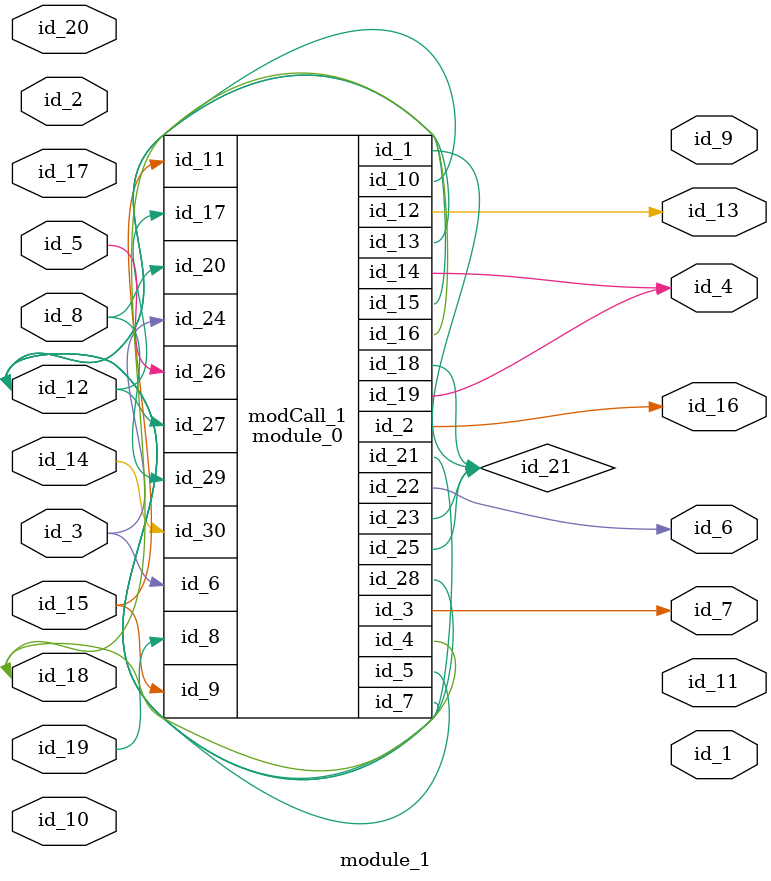
<source format=v>
module module_0 (
    id_1,
    id_2,
    id_3,
    id_4,
    id_5,
    id_6,
    id_7,
    id_8,
    id_9,
    id_10,
    id_11,
    id_12,
    id_13,
    id_14,
    id_15,
    id_16,
    id_17,
    id_18,
    id_19,
    id_20,
    id_21,
    id_22,
    id_23,
    id_24,
    id_25,
    id_26,
    id_27,
    id_28,
    id_29,
    id_30
);
  input wire id_30;
  input wire id_29;
  inout wire id_28;
  input wire id_27;
  input wire id_26;
  inout wire id_25;
  input wire id_24;
  inout wire id_23;
  output wire id_22;
  output wire id_21;
  input wire id_20;
  output wire id_19;
  inout wire id_18;
  input wire id_17;
  inout wire id_16;
  inout wire id_15;
  output wire id_14;
  inout wire id_13;
  output wire id_12;
  input wire id_11;
  inout wire id_10;
  input wire id_9;
  input wire id_8;
  inout wire id_7;
  input wire id_6;
  inout wire id_5;
  inout wire id_4;
  output wire id_3;
  output wire id_2;
  output wire id_1;
  assign id_19 = id_30;
  wire id_31, id_32;
  wire id_33;
  wire id_34;
endmodule
module module_1 (
    id_1,
    id_2,
    id_3,
    id_4,
    id_5,
    id_6,
    id_7,
    id_8,
    id_9,
    id_10,
    id_11,
    id_12,
    id_13,
    id_14,
    id_15,
    id_16,
    id_17,
    id_18,
    id_19,
    id_20
);
  input wire id_20;
  input wire id_19;
  inout wire id_18;
  input wire id_17;
  output wire id_16;
  input wire id_15;
  input wire id_14;
  output wire id_13;
  inout wire id_12;
  output wire id_11;
  input wire id_10;
  output wire id_9;
  input wire id_8;
  output wire id_7;
  output wire id_6;
  input wire id_5;
  output wire id_4;
  input wire id_3;
  input wire id_2;
  output wire id_1;
  wire id_21;
  module_0 modCall_1 (
      id_21,
      id_16,
      id_7,
      id_18,
      id_12,
      id_3,
      id_12,
      id_19,
      id_15,
      id_12,
      id_15,
      id_13,
      id_12,
      id_4,
      id_12,
      id_18,
      id_12,
      id_21,
      id_4,
      id_8,
      id_12,
      id_6,
      id_21,
      id_3,
      id_21,
      id_5,
      id_12,
      id_12,
      id_8,
      id_14
  );
  specify
    (id_22 + => id_23) = (1  : id_20  : ~id_20, $realtime : 1'b0 : -1);
  endspecify
endmodule

</source>
